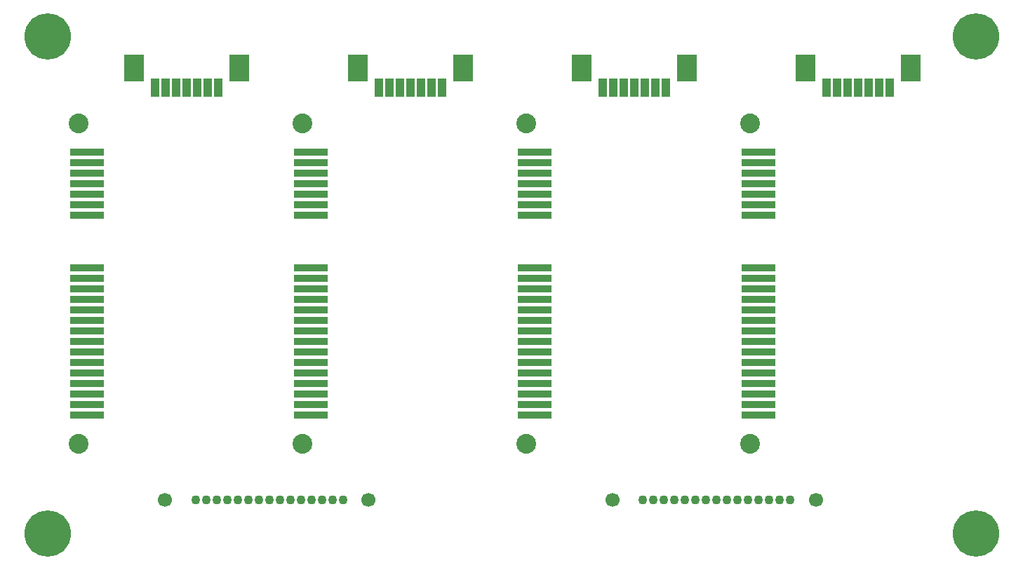
<source format=gbr>
%TF.GenerationSoftware,KiCad,Pcbnew,8.0.7*%
%TF.CreationDate,2025-02-18T10:18:35-06:00*%
%TF.ProjectId,RickNAS_4PortSATA,5269636b-4e41-4535-9f34-506f72745341,rev?*%
%TF.SameCoordinates,Original*%
%TF.FileFunction,Soldermask,Top*%
%TF.FilePolarity,Negative*%
%FSLAX46Y46*%
G04 Gerber Fmt 4.6, Leading zero omitted, Abs format (unit mm)*
G04 Created by KiCad (PCBNEW 8.0.7) date 2025-02-18 10:18:35*
%MOMM*%
%LPD*%
G01*
G04 APERTURE LIST*
%ADD10C,5.600000*%
%ADD11C,2.387600*%
%ADD12R,4.089400X0.889000*%
%ADD13R,0.990600X2.209800*%
%ADD14R,2.387600X3.200400*%
%ADD15C,1.100000*%
%ADD16C,1.700000*%
G04 APERTURE END LIST*
D10*
%TO.C,H4*%
X203000000Y-139000000D03*
%TD*%
%TO.C,H3*%
X91000000Y-139000000D03*
%TD*%
%TO.C,H2*%
X203000000Y-79000000D03*
%TD*%
%TO.C,H1*%
X91000000Y-79000000D03*
%TD*%
D11*
%TO.C,U8*%
X175764698Y-89490027D03*
X175764698Y-128220023D03*
D12*
X176764699Y-92980014D03*
X176764699Y-94250025D03*
X176764699Y-95520025D03*
X176764699Y-96790025D03*
X176764699Y-98060025D03*
X176764699Y-99330025D03*
X176764699Y-100600025D03*
X176764699Y-106950014D03*
X176764699Y-108220025D03*
X176764699Y-109490025D03*
X176764699Y-110760025D03*
X176764699Y-112030025D03*
X176764699Y-113300025D03*
X176764699Y-114570025D03*
X176764699Y-115840025D03*
X176764699Y-117110025D03*
X176764699Y-118380025D03*
X176764699Y-119650025D03*
X176764699Y-120920025D03*
X176764699Y-122190025D03*
X176764699Y-123460025D03*
X176764699Y-124730025D03*
%TD*%
D13*
%TO.C,U9*%
X192610001Y-85178499D03*
X191340001Y-85178499D03*
X190070001Y-85178499D03*
X188800001Y-85178499D03*
X187530001Y-85178499D03*
X186260001Y-85178499D03*
X184990001Y-85178499D03*
D14*
X182430001Y-82818499D03*
X195170001Y-82818499D03*
%TD*%
%TO.C,U5*%
X168170001Y-82818499D03*
X155430001Y-82818499D03*
D13*
X157990001Y-85178499D03*
X159260001Y-85178499D03*
X160530001Y-85178499D03*
X161800001Y-85178499D03*
X163070001Y-85178499D03*
X164340001Y-85178499D03*
X165610001Y-85178499D03*
%TD*%
D11*
%TO.C,U4*%
X148764698Y-89490027D03*
X148764698Y-128220023D03*
D12*
X149764699Y-92980014D03*
X149764699Y-94250025D03*
X149764699Y-95520025D03*
X149764699Y-96790025D03*
X149764699Y-98060025D03*
X149764699Y-99330025D03*
X149764699Y-100600025D03*
X149764699Y-106950014D03*
X149764699Y-108220025D03*
X149764699Y-109490025D03*
X149764699Y-110760025D03*
X149764699Y-112030025D03*
X149764699Y-113300025D03*
X149764699Y-114570025D03*
X149764699Y-115840025D03*
X149764699Y-117110025D03*
X149764699Y-118380025D03*
X149764699Y-119650025D03*
X149764699Y-120920025D03*
X149764699Y-122190025D03*
X149764699Y-123460025D03*
X149764699Y-124730025D03*
%TD*%
D13*
%TO.C,U7*%
X138610001Y-85178499D03*
X137340001Y-85178499D03*
X136070001Y-85178499D03*
X134800001Y-85178499D03*
X133530001Y-85178499D03*
X132260001Y-85178499D03*
X130990001Y-85178499D03*
D14*
X128430001Y-82818499D03*
X141170001Y-82818499D03*
%TD*%
D11*
%TO.C,U6*%
X121764698Y-89490027D03*
X121764698Y-128220023D03*
D12*
X122764699Y-92980014D03*
X122764699Y-94250025D03*
X122764699Y-95520025D03*
X122764699Y-96790025D03*
X122764699Y-98060025D03*
X122764699Y-99330025D03*
X122764699Y-100600025D03*
X122764699Y-106950014D03*
X122764699Y-108220025D03*
X122764699Y-109490025D03*
X122764699Y-110760025D03*
X122764699Y-112030025D03*
X122764699Y-113300025D03*
X122764699Y-114570025D03*
X122764699Y-115840025D03*
X122764699Y-117110025D03*
X122764699Y-118380025D03*
X122764699Y-119650025D03*
X122764699Y-120920025D03*
X122764699Y-122190025D03*
X122764699Y-123460025D03*
X122764699Y-124730025D03*
%TD*%
D11*
%TO.C,U1*%
X94764698Y-89490027D03*
X94764698Y-128220023D03*
D12*
X95764699Y-92980014D03*
X95764699Y-94250025D03*
X95764699Y-95520025D03*
X95764699Y-96790025D03*
X95764699Y-98060025D03*
X95764699Y-99330025D03*
X95764699Y-100600025D03*
X95764699Y-106950014D03*
X95764699Y-108220025D03*
X95764699Y-109490025D03*
X95764699Y-110760025D03*
X95764699Y-112030025D03*
X95764699Y-113300025D03*
X95764699Y-114570025D03*
X95764699Y-115840025D03*
X95764699Y-117110025D03*
X95764699Y-118380025D03*
X95764699Y-119650025D03*
X95764699Y-120920025D03*
X95764699Y-122190025D03*
X95764699Y-123460025D03*
X95764699Y-124730025D03*
%TD*%
D15*
%TO.C,U10*%
X180620000Y-135000000D03*
X179350000Y-135000000D03*
X178080000Y-135000000D03*
X176810000Y-135000000D03*
X175540000Y-135000000D03*
X174270000Y-135000000D03*
X173000000Y-135000000D03*
X171730000Y-135000000D03*
X170460000Y-135000000D03*
X169190000Y-135000000D03*
X167920000Y-135000000D03*
X166650000Y-135000000D03*
X165380000Y-135000000D03*
X164110000Y-135000000D03*
X162840000Y-135000000D03*
D16*
X183710000Y-135000000D03*
X159180000Y-135000000D03*
%TD*%
D15*
%TO.C,U3*%
X126620000Y-135000000D03*
X125350000Y-135000000D03*
X124080000Y-135000000D03*
X122810000Y-135000000D03*
X121540000Y-135000000D03*
X120270000Y-135000000D03*
X119000000Y-135000000D03*
X117730000Y-135000000D03*
X116460000Y-135000000D03*
X115190000Y-135000000D03*
X113920000Y-135000000D03*
X112650000Y-135000000D03*
X111380000Y-135000000D03*
X110110000Y-135000000D03*
X108840000Y-135000000D03*
D16*
X129710000Y-135000000D03*
X105180000Y-135000000D03*
%TD*%
D14*
%TO.C,U2*%
X114170001Y-82818499D03*
X101430001Y-82818499D03*
D13*
X103990001Y-85178499D03*
X105260001Y-85178499D03*
X106530001Y-85178499D03*
X107800001Y-85178499D03*
X109070001Y-85178499D03*
X110340001Y-85178499D03*
X111610001Y-85178499D03*
%TD*%
M02*

</source>
